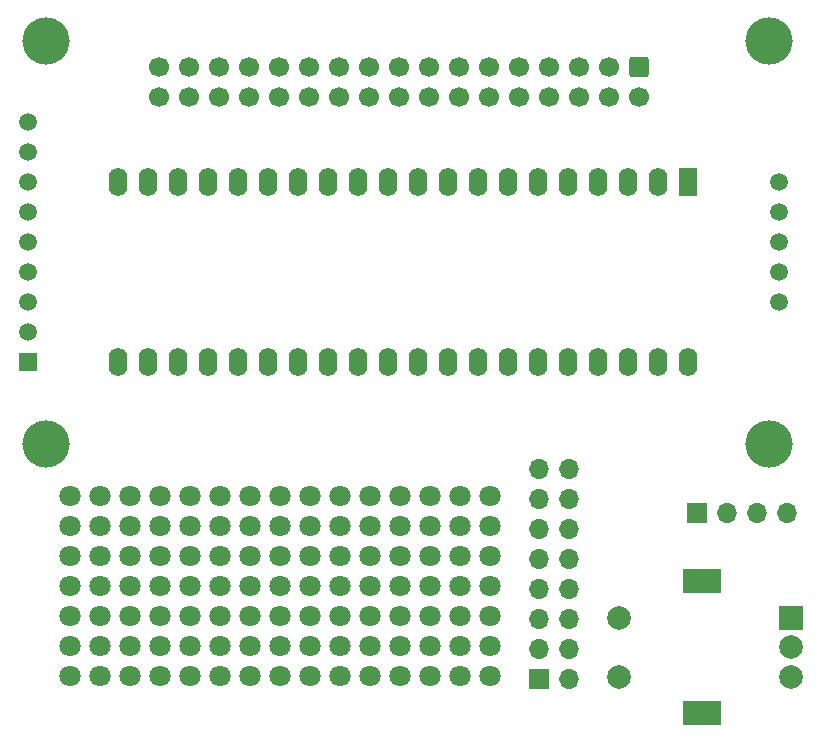
<source format=gbr>
%TF.GenerationSoftware,KiCad,Pcbnew,7.0.1*%
%TF.CreationDate,2024-04-08T12:26:25+03:00*%
%TF.ProjectId,double_flop,646f7562-6c65-45f6-966c-6f702e6b6963,rev?*%
%TF.SameCoordinates,Original*%
%TF.FileFunction,Soldermask,Top*%
%TF.FilePolarity,Negative*%
%FSLAX46Y46*%
G04 Gerber Fmt 4.6, Leading zero omitted, Abs format (unit mm)*
G04 Created by KiCad (PCBNEW 7.0.1) date 2024-04-08 12:26:25*
%MOMM*%
%LPD*%
G01*
G04 APERTURE LIST*
G04 Aperture macros list*
%AMRoundRect*
0 Rectangle with rounded corners*
0 $1 Rounding radius*
0 $2 $3 $4 $5 $6 $7 $8 $9 X,Y pos of 4 corners*
0 Add a 4 corners polygon primitive as box body*
4,1,4,$2,$3,$4,$5,$6,$7,$8,$9,$2,$3,0*
0 Add four circle primitives for the rounded corners*
1,1,$1+$1,$2,$3*
1,1,$1+$1,$4,$5*
1,1,$1+$1,$6,$7*
1,1,$1+$1,$8,$9*
0 Add four rect primitives between the rounded corners*
20,1,$1+$1,$2,$3,$4,$5,0*
20,1,$1+$1,$4,$5,$6,$7,0*
20,1,$1+$1,$6,$7,$8,$9,0*
20,1,$1+$1,$8,$9,$2,$3,0*%
G04 Aperture macros list end*
%ADD10C,1.800000*%
%ADD11R,2.000000X2.000000*%
%ADD12C,2.000000*%
%ADD13R,3.200000X2.000000*%
%ADD14R,1.700000X1.700000*%
%ADD15O,1.700000X1.700000*%
%ADD16R,1.600000X2.400000*%
%ADD17O,1.600000X2.400000*%
%ADD18RoundRect,0.250000X-0.600000X0.600000X-0.600000X-0.600000X0.600000X-0.600000X0.600000X0.600000X0*%
%ADD19C,1.700000*%
%ADD20C,4.000000*%
%ADD21R,1.500000X1.500000*%
%ADD22C,1.500000*%
G04 APERTURE END LIST*
D10*
%TO.C,con5*%
X140760000Y-66120000D03*
X143300000Y-66120000D03*
X145840000Y-66120000D03*
X148380000Y-66120000D03*
X150920000Y-66120000D03*
X153460000Y-66120000D03*
X156000000Y-66120000D03*
X158540000Y-66120000D03*
X161080000Y-66120000D03*
X163620000Y-66120000D03*
X166160000Y-66120000D03*
X168700000Y-66120000D03*
X171240000Y-66120000D03*
X173780000Y-66120000D03*
X176320000Y-66120000D03*
X140760000Y-68660000D03*
X143300000Y-68660000D03*
X145840000Y-68660000D03*
X148380000Y-68660000D03*
X150920000Y-68660000D03*
X153460000Y-68660000D03*
X156000000Y-68660000D03*
X158540000Y-68660000D03*
X161080000Y-68660000D03*
X163620000Y-68660000D03*
X166160000Y-68660000D03*
X168700000Y-68660000D03*
X171240000Y-68660000D03*
X173780000Y-68660000D03*
X176320000Y-68660000D03*
X140760000Y-71200000D03*
X143300000Y-71200000D03*
X145840000Y-71200000D03*
X148380000Y-71200000D03*
X150920000Y-71200000D03*
X153460000Y-71200000D03*
X156000000Y-71200000D03*
X158540000Y-71200000D03*
X161080000Y-71200000D03*
X163620000Y-71200000D03*
X166160000Y-71200000D03*
X168700000Y-71200000D03*
X171240000Y-71200000D03*
X173780000Y-71200000D03*
X176320000Y-71200000D03*
X140760000Y-73740000D03*
X143300000Y-73740000D03*
X145840000Y-73740000D03*
X148380000Y-73740000D03*
X150920000Y-73740000D03*
X153460000Y-73740000D03*
X156000000Y-73740000D03*
X158540000Y-73740000D03*
X161080000Y-73740000D03*
X163620000Y-73740000D03*
X166160000Y-73740000D03*
X168700000Y-73740000D03*
X171240000Y-73740000D03*
X173780000Y-73740000D03*
X176320000Y-73740000D03*
X140760000Y-76280000D03*
X143300000Y-76280000D03*
X145840000Y-76280000D03*
X148380000Y-76280000D03*
X150920000Y-76280000D03*
X153460000Y-76280000D03*
X156000000Y-76280000D03*
X158540000Y-76280000D03*
X161080000Y-76280000D03*
X163620000Y-76280000D03*
X166160000Y-76280000D03*
X168700000Y-76280000D03*
X171240000Y-76280000D03*
X173780000Y-76280000D03*
X176320000Y-76280000D03*
X140760000Y-78820000D03*
X143300000Y-78820000D03*
X145840000Y-78820000D03*
X148380000Y-78820000D03*
X150920000Y-78820000D03*
X153460000Y-78820000D03*
X156000000Y-78820000D03*
X158540000Y-78820000D03*
X161080000Y-78820000D03*
X163620000Y-78820000D03*
X166160000Y-78820000D03*
X168700000Y-78820000D03*
X171240000Y-78820000D03*
X173780000Y-78820000D03*
X176320000Y-78820000D03*
X140760000Y-81360000D03*
X143300000Y-81360000D03*
X145840000Y-81360000D03*
X148380000Y-81360000D03*
X150920000Y-81360000D03*
X153460000Y-81360000D03*
X156000000Y-81360000D03*
X158540000Y-81360000D03*
X161080000Y-81360000D03*
X163620000Y-81360000D03*
X166160000Y-81360000D03*
X168700000Y-81360000D03*
X171240000Y-81360000D03*
X173780000Y-81360000D03*
X176320000Y-81360000D03*
%TD*%
D11*
%TO.C,con6*%
X201800000Y-76400000D03*
D12*
X201800000Y-81400000D03*
X201800000Y-78900000D03*
D13*
X194300000Y-73300000D03*
X194300000Y-84500000D03*
D12*
X187300000Y-81400000D03*
X187300000Y-76400000D03*
%TD*%
D14*
%TO.C,J2*%
X193900000Y-67500000D03*
D15*
X196440000Y-67500000D03*
X198980000Y-67500000D03*
X201520000Y-67500000D03*
%TD*%
D14*
%TO.C,J1*%
X180500000Y-81540000D03*
D15*
X183040000Y-81540000D03*
X180500000Y-79000000D03*
X183040000Y-79000000D03*
X180500000Y-76460000D03*
X183040000Y-76460000D03*
X180500000Y-73920000D03*
X183040000Y-73920000D03*
X180500000Y-71380000D03*
X183040000Y-71380000D03*
X180500000Y-68840000D03*
X183040000Y-68840000D03*
X180500000Y-66300000D03*
X183040000Y-66300000D03*
X180500000Y-63760000D03*
X183040000Y-63760000D03*
%TD*%
D16*
%TO.C,U1*%
X193142500Y-39472500D03*
D17*
X190602500Y-39472500D03*
X188062500Y-39472500D03*
X185522500Y-39472500D03*
X182982500Y-39472500D03*
X180442500Y-39472500D03*
X177902500Y-39472500D03*
X175362500Y-39472500D03*
X172822500Y-39472500D03*
X170282500Y-39472500D03*
X167742500Y-39472500D03*
X165202500Y-39472500D03*
X162662500Y-39472500D03*
X160122500Y-39472500D03*
X157582500Y-39472500D03*
X155042500Y-39472500D03*
X152502500Y-39472500D03*
X149962500Y-39472500D03*
X147422500Y-39472500D03*
X144882500Y-39472500D03*
X144882500Y-54712500D03*
X147422500Y-54712500D03*
X149962500Y-54712500D03*
X152502500Y-54712500D03*
X155042500Y-54712500D03*
X157582500Y-54712500D03*
X160122500Y-54712500D03*
X162662500Y-54712500D03*
X165202500Y-54712500D03*
X167742500Y-54712500D03*
X170282500Y-54712500D03*
X172822500Y-54712500D03*
X175362500Y-54712500D03*
X177902500Y-54712500D03*
X180442500Y-54712500D03*
X182982500Y-54712500D03*
X185522500Y-54712500D03*
X188062500Y-54712500D03*
X190602500Y-54712500D03*
X193142500Y-54712500D03*
%TD*%
D18*
%TO.C,D1*%
X188917500Y-29797500D03*
D19*
X188917500Y-32337500D03*
X186377500Y-29797500D03*
X186377500Y-32337500D03*
X183837500Y-29797500D03*
X183837500Y-32337500D03*
X181297500Y-29797500D03*
X181297500Y-32337500D03*
X178757500Y-29797500D03*
X178757500Y-32337500D03*
X176217500Y-29797500D03*
X176217500Y-32337500D03*
X173677500Y-29797500D03*
X173677500Y-32337500D03*
X171137500Y-29797500D03*
X171137500Y-32337500D03*
X168597500Y-29797500D03*
X168597500Y-32337500D03*
X166057500Y-29797500D03*
X166057500Y-32337500D03*
X163517500Y-29797500D03*
X163517500Y-32337500D03*
X160977500Y-29797500D03*
X160977500Y-32337500D03*
X158437500Y-29797500D03*
X158437500Y-32337500D03*
X155897500Y-29797500D03*
X155897500Y-32337500D03*
X153357500Y-29797500D03*
X153357500Y-32337500D03*
X150817500Y-29797500D03*
X150817500Y-32337500D03*
X148277500Y-29797500D03*
X148277500Y-32337500D03*
%TD*%
D20*
%TO.C,U2*%
X138760000Y-27547500D03*
X138760000Y-61647500D03*
X199960000Y-27547500D03*
X199960000Y-61647500D03*
D21*
X137260000Y-54757500D03*
D22*
X137260000Y-52217500D03*
X137260000Y-49677500D03*
X137260000Y-47137500D03*
X137260000Y-44597500D03*
X137260000Y-42057500D03*
X137260000Y-39517500D03*
X137260000Y-36977500D03*
X137260000Y-34437500D03*
X200780000Y-49677500D03*
X200780000Y-47137500D03*
X200780000Y-44597500D03*
X200780000Y-42057500D03*
X200780000Y-39517500D03*
%TD*%
M02*

</source>
